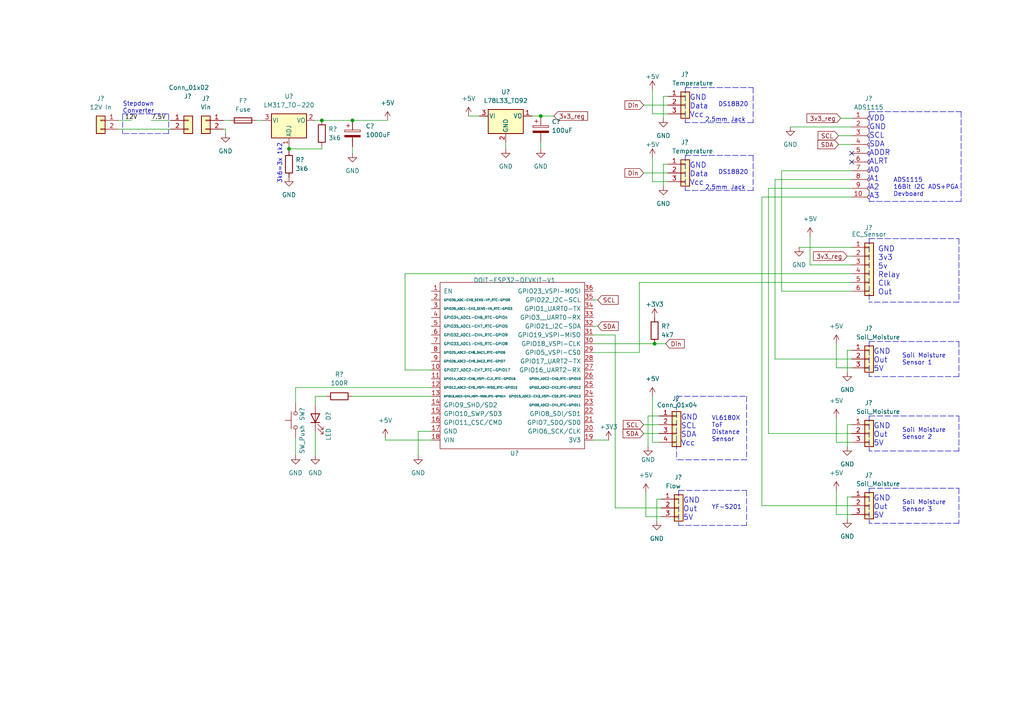
<source format=kicad_sch>
(kicad_sch (version 20211123) (generator eeschema)
  (paper "A4")
  (lib_symbols
    (symbol "Connector:Conn_01x10_Female" (pin_names (offset 1.016) hide)
      (property "Reference" "J" (at 0 12.7 0))
      (property "Value" "Conn_01x10_Female" (at 0 -15.24 0))
      (symbol "Conn_01x10_Female_1_1"
        (arc (start 0 -12.192) (mid -0.508 -12.7) (end 0 -13.208) (stroke (width 0.1524)))
        (arc (start 0 -9.652) (mid -0.508 -10.16) (end 0 -10.668) (stroke (width 0.1524)))
        (arc (start 0 -7.112) (mid -0.508 -7.62) (end 0 -8.128) (stroke (width 0.1524)))
        (arc (start 0 -4.572) (mid -0.508 -5.08) (end 0 -5.588) (stroke (width 0.1524)))
        (arc (start 0 -2.032) (mid -0.508 -2.54) (end 0 -3.048) (stroke (width 0.1524)))
        (polyline (pts (xy -1.27 -12.7) (xy -0.508 -12.7)) (stroke (width 0.1524)))
        (polyline (pts (xy -1.27 -10.16) (xy -0.508 -10.16)) (stroke (width 0.1524)))
        (polyline (pts (xy -1.27 -7.62) (xy -0.508 -7.62)) (stroke (width 0.1524)))
        (polyline (pts (xy -1.27 -5.08) (xy -0.508 -5.08)) (stroke (width 0.1524)))
        (polyline (pts (xy -1.27 -2.54) (xy -0.508 -2.54)) (stroke (width 0.1524)))
        (polyline (pts (xy -1.27 0) (xy -0.508 0)) (stroke (width 0.1524)))
        (polyline (pts (xy -1.27 2.54) (xy -0.508 2.54)) (stroke (width 0.1524)))
        (polyline (pts (xy -1.27 5.08) (xy -0.508 5.08)) (stroke (width 0.1524)))
        (polyline (pts (xy -1.27 7.62) (xy -0.508 7.62)) (stroke (width 0.1524)))
        (polyline (pts (xy -1.27 10.16) (xy -0.508 10.16)) (stroke (width 0.1524)))
        (arc (start 0 0.508) (mid -0.508 0) (end 0 -0.508) (stroke (width 0.1524)))
        (arc (start 0 3.048) (mid -0.508 2.54) (end 0 2.032) (stroke (width 0.1524)))
        (arc (start 0 5.588) (mid -0.508 5.08) (end 0 4.572) (stroke (width 0.1524)))
        (arc (start 0 8.128) (mid -0.508 7.62) (end 0 7.112) (stroke (width 0.1524)))
        (arc (start 0 10.668) (mid -0.508 10.16) (end 0 9.652) (stroke (width 0.1524)))
        (pin passive line (at -5.08 10.16 0) (length 3.81) (name "Pin_1") (number "1"))
        (pin passive line (at -5.08 -12.7 0) (length 3.81) (name "Pin_10") (number "10"))
        (pin passive line (at -5.08 7.62 0) (length 3.81) (name "Pin_2") (number "2"))
        (pin passive line (at -5.08 5.08 0) (length 3.81) (name "Pin_3") (number "3"))
        (pin passive line (at -5.08 2.54 0) (length 3.81) (name "Pin_4") (number "4"))
        (pin passive line (at -5.08 0 0) (length 3.81) (name "Pin_5") (number "5"))
        (pin passive line (at -5.08 -2.54 0) (length 3.81) (name "Pin_6") (number "6"))
        (pin passive line (at -5.08 -5.08 0) (length 3.81) (name "Pin_7") (number "7"))
        (pin passive line (at -5.08 -7.62 0) (length 3.81) (name "Pin_8") (number "8"))
        (pin passive line (at -5.08 -10.16 0) (length 3.81) (name "Pin_9") (number "9"))
      )
    )
    (symbol "Connector_Generic:Conn_01x02" (pin_names (offset 1.016) hide)
      (property "Reference" "J" (at 0 2.54 0))
      (property "Value" "Conn_01x02" (at 0 -5.08 0))
      (symbol "Conn_01x02_1_1"
        (rectangle (start -1.27 -2.413) (end 0 -2.667) (stroke (width 0.1524)))
        (rectangle (start -1.27 0.127) (end 0 -0.127) (stroke (width 0.1524)))
        (rectangle (start -1.27 1.27) (end 1.27 -3.81) (stroke (width 0.254)) (fill (type background)))
        (pin passive line (at -5.08 0 0) (length 3.81) (name "Pin_1") (number "1"))
        (pin passive line (at -5.08 -2.54 0) (length 3.81) (name "Pin_2") (number "2"))
      )
    )
    (symbol "Connector_Generic:Conn_01x03" (pin_names (offset 1.016) hide)
      (property "Reference" "J" (at 0 5.08 0))
      (property "Value" "Conn_01x03" (at 0 -5.08 0))
      (symbol "Conn_01x03_1_1"
        (rectangle (start -1.27 -2.413) (end 0 -2.667) (stroke (width 0.1524)))
        (rectangle (start -1.27 0.127) (end 0 -0.127) (stroke (width 0.1524)))
        (rectangle (start -1.27 2.667) (end 0 2.413) (stroke (width 0.1524)))
        (rectangle (start -1.27 3.81) (end 1.27 -3.81) (stroke (width 0.254)) (fill (type background)))
        (pin passive line (at -5.08 2.54 0) (length 3.81) (name "Pin_1") (number "1"))
        (pin passive line (at -5.08 0 0) (length 3.81) (name "Pin_2") (number "2"))
        (pin passive line (at -5.08 -2.54 0) (length 3.81) (name "Pin_3") (number "3"))
      )
    )
    (symbol "Connector_Generic:Conn_01x04" (pin_names (offset 1.016) hide)
      (property "Reference" "J" (at 0 5.08 0))
      (property "Value" "Conn_01x04" (at 0 -7.62 0))
      (symbol "Conn_01x04_1_1"
        (rectangle (start -1.27 -4.953) (end 0 -5.207) (stroke (width 0.1524)))
        (rectangle (start -1.27 -2.413) (end 0 -2.667) (stroke (width 0.1524)))
        (rectangle (start -1.27 0.127) (end 0 -0.127) (stroke (width 0.1524)))
        (rectangle (start -1.27 2.667) (end 0 2.413) (stroke (width 0.1524)))
        (rectangle (start -1.27 3.81) (end 1.27 -6.35) (stroke (width 0.254)) (fill (type background)))
        (pin passive line (at -5.08 2.54 0) (length 3.81) (name "Pin_1") (number "1"))
        (pin passive line (at -5.08 0 0) (length 3.81) (name "Pin_2") (number "2"))
        (pin passive line (at -5.08 -2.54 0) (length 3.81) (name "Pin_3") (number "3"))
        (pin passive line (at -5.08 -5.08 0) (length 3.81) (name "Pin_4") (number "4"))
      )
    )
    (symbol "Connector_Generic:Conn_01x06" (pin_names (offset 1.016) hide)
      (property "Reference" "J" (at 0 7.62 0))
      (property "Value" "Conn_01x06" (at 0 -10.16 0))
      (symbol "Conn_01x06_1_1"
        (rectangle (start -1.27 -7.493) (end 0 -7.747) (stroke (width 0.1524)))
        (rectangle (start -1.27 -4.953) (end 0 -5.207) (stroke (width 0.1524)))
        (rectangle (start -1.27 -2.413) (end 0 -2.667) (stroke (width 0.1524)))
        (rectangle (start -1.27 0.127) (end 0 -0.127) (stroke (width 0.1524)))
        (rectangle (start -1.27 2.667) (end 0 2.413) (stroke (width 0.1524)))
        (rectangle (start -1.27 5.207) (end 0 4.953) (stroke (width 0.1524)))
        (rectangle (start -1.27 6.35) (end 1.27 -8.89) (stroke (width 0.254)) (fill (type background)))
        (pin passive line (at -5.08 5.08 0) (length 3.81) (name "Pin_1") (number "1"))
        (pin passive line (at -5.08 2.54 0) (length 3.81) (name "Pin_2") (number "2"))
        (pin passive line (at -5.08 0 0) (length 3.81) (name "Pin_3") (number "3"))
        (pin passive line (at -5.08 -2.54 0) (length 3.81) (name "Pin_4") (number "4"))
        (pin passive line (at -5.08 -5.08 0) (length 3.81) (name "Pin_5") (number "5"))
        (pin passive line (at -5.08 -7.62 0) (length 3.81) (name "Pin_6") (number "6"))
      )
    )
    (symbol "Device:C_Polarized" (pin_numbers hide) (pin_names (offset 0.254))
      (property "Reference" "C" (at 0.635 2.54 0))
      (property "Value" "C_Polarized" (at 0.635 -2.54 0))
      (symbol "C_Polarized_0_1"
        (rectangle (start -2.286 0.508) (end 2.286 1.016))
        (polyline (pts (xy -1.778 2.286) (xy -0.762 2.286)))
        (polyline (pts (xy -1.27 2.794) (xy -1.27 1.778)))
        (rectangle (start 2.286 -0.508) (end -2.286 -1.016) (fill (type outline)))
      )
      (symbol "C_Polarized_1_1"
        (pin passive line (at 0 3.81 270) (length 2.794) (name "~") (number "1"))
        (pin passive line (at 0 -3.81 90) (length 2.794) (name "~") (number "2"))
      )
    )
    (symbol "Device:Fuse" (pin_numbers hide) (pin_names (offset 0))
      (property "Reference" "F" (at 2.032 0 90))
      (property "Value" "Fuse" (at -1.905 0 90))
      (symbol "Fuse_0_1"
        (rectangle (start -0.762 -2.54) (end 0.762 2.54) (stroke (width 0.254)))
        (polyline (pts (xy 0 2.54) (xy 0 -2.54)))
      )
      (symbol "Fuse_1_1"
        (pin passive line (at 0 3.81 270) (length 1.27) (name "~") (number "1"))
        (pin passive line (at 0 -3.81 90) (length 1.27) (name "~") (number "2"))
      )
    )
    (symbol "Device:LED" (pin_numbers hide) (pin_names (offset 1.016) hide)
      (property "Reference" "D" (at 0 2.54 0))
      (property "Value" "LED" (at 0 -2.54 0))
      (symbol "LED_0_1"
        (polyline (pts (xy -1.27 -1.27) (xy -1.27 1.27)) (stroke (width 0.254)))
        (polyline (pts (xy -1.27 0) (xy 1.27 0)))
        (polyline (pts (xy 1.27 -1.27) (xy 1.27 1.27) (xy -1.27 0) (xy 1.27 -1.27)) (stroke (width 0.254)))
        (polyline (pts (xy -3.048 -0.762) (xy -4.572 -2.286) (xy -3.81 -2.286) (xy -4.572 -2.286) (xy -4.572 -1.524)))
        (polyline (pts (xy -1.778 -0.762) (xy -3.302 -2.286) (xy -2.54 -2.286) (xy -3.302 -2.286) (xy -3.302 -1.524)))
      )
      (symbol "LED_1_1"
        (pin passive line (at -3.81 0 0) (length 2.54) (name "K") (number "1"))
        (pin passive line (at 3.81 0 180) (length 2.54) (name "A") (number "2"))
      )
    )
    (symbol "Device:R" (pin_numbers hide) (pin_names (offset 0))
      (property "Reference" "R" (at 2.032 0 90))
      (property "Value" "R" (at 0 0 90))
      (symbol "R_0_1"
        (rectangle (start -1.016 -2.54) (end 1.016 2.54) (stroke (width 0.254)))
      )
      (symbol "R_1_1"
        (pin passive line (at 0 3.81 270) (length 1.27) (name "~") (number "1"))
        (pin passive line (at 0 -3.81 90) (length 1.27) (name "~") (number "2"))
      )
    )
    (symbol "Regulator_Linear:L78L33_TO92" (pin_names (offset 0.254))
      (property "Reference" "U" (at -3.81 3.175 0))
      (property "Value" "L78L33_TO92" (at 0 3.175 0))
      (symbol "L78L33_TO92_0_1"
        (rectangle (start -5.08 -5.08) (end 5.08 1.905) (stroke (width 0.254)) (fill (type background)))
      )
      (symbol "L78L33_TO92_1_1"
        (pin power_out line (at 7.62 0 180) (length 2.54) (name "VO") (number "1"))
        (pin power_in line (at 0 -7.62 90) (length 2.54) (name "GND") (number "2"))
        (pin power_in line (at -7.62 0 0) (length 2.54) (name "VI") (number "3"))
      )
    )
    (symbol "Regulator_Linear:LM317_TO-220" (pin_names (offset 0.254))
      (property "Reference" "U" (at -3.81 3.175 0))
      (property "Value" "LM317_TO-220" (at 0 3.175 0))
      (symbol "LM317_TO-220_0_1"
        (rectangle (start -5.08 1.905) (end 5.08 -5.08) (stroke (width 0.254)) (fill (type background)))
      )
      (symbol "LM317_TO-220_1_1"
        (pin input line (at 0 -7.62 90) (length 2.54) (name "ADJ") (number "1"))
        (pin power_out line (at 7.62 0 180) (length 2.54) (name "VO") (number "2"))
        (pin power_in line (at -7.62 0 0) (length 2.54) (name "VI") (number "3"))
      )
    )
    (symbol "Switch:SW_Push" (pin_numbers hide) (pin_names (offset 1.016) hide)
      (property "Reference" "SW" (at 1.27 2.54 0))
      (property "Value" "SW_Push" (at 0 -1.524 0))
      (symbol "SW_Push_0_1"
        (circle (center -2.032 0) (radius 0.508))
        (polyline (pts (xy 0 1.27) (xy 0 3.048)))
        (polyline (pts (xy 2.54 1.27) (xy -2.54 1.27)))
        (circle (center 2.032 0) (radius 0.508))
        (pin passive line (at -5.08 0 0) (length 2.54) (name "1") (number "1"))
        (pin passive line (at 5.08 0 180) (length 2.54) (name "2") (number "2"))
      )
    )
    (symbol "doit-esp32-devkit-v1:DOIT-ESP32-DEVKIT-V1" (pin_names (offset 1.016))
      (property "Reference" "U" (at -1.27 11.43 0))
      (property "Value" "DOIT-ESP32-DEVKIT-V1" (at 0 13.97 0))
      (symbol "DOIT-ESP32-DEVKIT-V1_0_1"
        (rectangle (start 20.32 10.16) (end -21.59 -38.1))
      )
      (symbol "DOIT-ESP32-DEVKIT-V1_1_1"
        (pin output line (at -24.13 7.62 0) (length 2.54) (name "EN") (number "1"))
        (pin bidirectional line (at -24.13 -15.24 0) (length 2.54) (name "GPIO27_ADC2-CH7_RTC-GPIO17") (number "10"))
        (pin bidirectional line (at -24.13 -17.78 0) (length 2.54) (name "GPIO14_ADC2-CH6_HSPI-CLK_RTC-GPIO16") (number "11"))
        (pin bidirectional line (at -24.13 -20.32 0) (length 2.54) (name "GPIO12_ADC2-CH5_HSPI-MISO_RTC-GPIO15") (number "12"))
        (pin bidirectional line (at -24.13 -22.86 0) (length 2.54) (name "GPIO13_ADC2-CH4_HSPI-MOSI_RTC-GPIO14") (number "13"))
        (pin unspecified line (at -24.13 -25.4 0) (length 2.54) (name "GPIO9_SHD/SD2") (number "14"))
        (pin unspecified line (at -24.13 -27.94 0) (length 2.54) (name "GPIO10_SWP/SD3") (number "15"))
        (pin unspecified line (at -24.13 -30.48 0) (length 2.54) (name "GPIO11_CSC/CMD") (number "16"))
        (pin bidirectional line (at -24.13 -33.02 0) (length 2.54) (name "GND") (number "17"))
        (pin bidirectional line (at -24.13 -35.56 0) (length 2.54) (name "VIN") (number "18"))
        (pin output line (at 22.86 -35.56 180) (length 2.54) (name "3V3") (number "19"))
        (pin bidirectional line (at -24.13 5.08 0) (length 2.54) (name "GPIO36_ADC-CH0_SENS-VP_RTC-GPIO0") (number "2"))
        (pin unspecified line (at 22.86 -33.02 180) (length 2.54) (name "GPIO6_SCK/CLK") (number "20"))
        (pin unspecified line (at 22.86 -30.48 180) (length 2.54) (name "GPIO7_SDO/SD0") (number "21"))
        (pin unspecified line (at 22.86 -27.94 180) (length 2.54) (name "GPIO8_SDI/SD1") (number "22"))
        (pin bidirectional line (at 22.86 -25.4 180) (length 2.54) (name "GPIO0_ADC2-CH1_RTC-GPIO11") (number "23"))
        (pin bidirectional line (at 22.86 -22.86 180) (length 2.54) (name "GPIO15_ADC2-CH3_HSPI-CS0_RTC-GPIO13") (number "24"))
        (pin bidirectional line (at 22.86 -20.32 180) (length 2.54) (name "GPIO2_ADC2-CH2_RTC-GPIO12") (number "25"))
        (pin bidirectional line (at 22.86 -17.78 180) (length 2.54) (name "GPIO4_ADC2-CH0_RTC-GPIO10") (number "26"))
        (pin bidirectional line (at 22.86 -15.24 180) (length 2.54) (name "GPIO16_UART2-RX") (number "27"))
        (pin bidirectional line (at 22.86 -12.7 180) (length 2.54) (name "GPIO17_UART2-TX") (number "28"))
        (pin bidirectional line (at 22.86 -10.16 180) (length 2.54) (name "GPIO5_VSPI-CS0") (number "29"))
        (pin bidirectional line (at -24.13 2.54 0) (length 2.54) (name "GPIO39_ADC1-CH3_SENS-VN_RTC-GPIO3") (number "3"))
        (pin bidirectional line (at 22.86 -7.62 180) (length 2.54) (name "GPIO18_VSPI-CLK") (number "30"))
        (pin bidirectional line (at 22.86 -5.08 180) (length 2.54) (name "GPIO19_VSPI-MISO") (number "31"))
        (pin bidirectional line (at 22.86 -2.54 180) (length 2.54) (name "GPIO21_I2C-SDA") (number "32"))
        (pin bidirectional line (at 22.86 0 180) (length 2.54) (name "GPIO3__UART0-RX") (number "33"))
        (pin bidirectional line (at 22.86 2.54 180) (length 2.54) (name "GPIO1_UART0-TX") (number "34"))
        (pin bidirectional line (at 22.86 5.08 180) (length 2.54) (name "GPIO22_I2C-SCL") (number "35"))
        (pin bidirectional line (at 22.86 7.62 180) (length 2.54) (name "GPIO23_VSPI-MOSI") (number "36"))
        (pin bidirectional line (at -24.13 0 0) (length 2.54) (name "GPIO34_ADC1-CH6_RTC-GPIO4") (number "4"))
        (pin bidirectional line (at -24.13 -2.54 0) (length 2.54) (name "GPIO35_ADC1-CH7_RTC-GPIO5") (number "5"))
        (pin bidirectional line (at -24.13 -5.08 0) (length 2.54) (name "GPIO32_ADC1-CH4_RTC-GPIO9") (number "6"))
        (pin bidirectional line (at -24.13 -7.62 0) (length 2.54) (name "GPIO33_ADC1-CH5_RTC-GPIO8") (number "7"))
        (pin bidirectional line (at -24.13 -10.16 0) (length 2.54) (name "GPIO25_ADC2-CH8_DAC1_RTC-GPIO6") (number "8"))
        (pin bidirectional line (at -24.13 -12.7 0) (length 2.54) (name "GPIO26_ADC2-CH9_DAC2_RTC-GPIO7") (number "9"))
      )
    )
    (symbol "power:+3V3" (power) (pin_names (offset 0))
      (property "Value" "+3V3" (at 0 3.556 0))
      (symbol "+3V3_0_1"
        (polyline (pts (xy -0.762 1.27) (xy 0 2.54)))
        (polyline (pts (xy 0 0) (xy 0 2.54)))
        (polyline (pts (xy 0 2.54) (xy 0.762 1.27)))
      )
      (symbol "+3V3_1_1"
        (pin power_in line (at 0 0 90) (length 0) hide (name "+3V3") (number "1"))
      )
    )
    (symbol "power:+5V" (power) (pin_names (offset 0))
      (property "Value" "+5V" (at 0 3.556 0))
      (symbol "+5V_0_1"
        (polyline (pts (xy -0.762 1.27) (xy 0 2.54)))
        (polyline (pts (xy 0 0) (xy 0 2.54)))
        (polyline (pts (xy 0 2.54) (xy 0.762 1.27)))
      )
      (symbol "+5V_1_1"
        (pin power_in line (at 0 0 90) (length 0) hide (name "+5V") (number "1"))
      )
    )
    (symbol "power:GND" (power) (pin_names (offset 0))
      (property "Value" "GND" (at 0 -3.81 0))
      (symbol "GND_0_1"
        (polyline (pts (xy 0 0) (xy 0 -1.27) (xy 1.27 -1.27) (xy 0 -2.54) (xy -1.27 -1.27) (xy 0 -1.27)))
      )
      (symbol "GND_1_1"
        (pin power_in line (at 0 0 270) (length 0) hide (name "GND") (number "1"))
      )
    )
  )
  (junction (at 83.82 43.18))
  (junction (at 93.345 34.925))
  (junction (at 189.865 99.695))
  (junction (at 156.845 33.655))
  (junction (at 102.235 34.925))
  (no_connect (at 247.015 44.45))
  (no_connect (at 247.015 46.99))
  (polyline (pts (xy 35.56 33.02) (xy 35.56 38.735)))
  (wire (pts (xy 74.295 34.925) (xy 76.2 34.925)))
  (polyline (pts (xy 216.535 142.24) (xy 216.535 152.4)))
  (wire (pts (xy 247.015 104.14) (xy 224.79 104.14)))
  (polyline (pts (xy 278.13 130.81) (xy 252.095 130.81)))
  (polyline (pts (xy 218.44 25.4) (xy 218.44 35.56)))
  (polyline (pts (xy 196.215 114.935) (xy 216.535 114.935)))
  (wire (pts (xy 125.095 107.315) (xy 117.475 107.315)))
  (wire (pts (xy 91.44 114.935) (xy 91.44 117.475)))
  (wire (pts (xy 242.57 106.68) (xy 242.57 99.695)))
  (wire (pts (xy 242.57 128.27) (xy 242.57 121.285)))
  (wire (pts (xy 91.44 34.925) (xy 93.345 34.925)))
  (polyline (pts (xy 252.095 141.605) (xy 252.095 151.765)))
  (wire (pts (xy 83.82 43.18) (xy 83.82 43.815)))
  (wire (pts (xy 34.29 37.465) (xy 49.53 37.465)))
  (polyline (pts (xy 278.13 120.65) (xy 278.13 130.81)))
  (wire (pts (xy 193.675 47.625) (xy 192.405 47.625)))
  (wire (pts (xy 85.725 116.84) (xy 85.725 112.395)))
  (wire (pts (xy 226.695 49.53) (xy 247.015 49.53)))
  (polyline (pts (xy 35.56 33.02) (xy 48.895 33.02)))
  (wire (pts (xy 85.725 127) (xy 85.725 132.08)))
  (polyline (pts (xy 196.85 142.24) (xy 216.535 142.24)))
  (wire (pts (xy 187.96 120.65) (xy 191.135 120.65)))
  (wire (pts (xy 234.95 68.58) (xy 234.95 76.835)))
  (wire (pts (xy 247.015 106.68) (xy 242.57 106.68)))
  (wire (pts (xy 245.745 123.19) (xy 245.745 129.54)))
  (polyline (pts (xy 252.095 99.06) (xy 252.095 109.22)))
  (wire (pts (xy 186.69 50.165) (xy 193.675 50.165)))
  (polyline (pts (xy 252.095 32.385) (xy 278.765 32.385)))
  (wire (pts (xy 242.57 149.225) (xy 242.57 142.24)))
  (wire (pts (xy 247.015 84.455) (xy 226.695 84.455)))
  (wire (pts (xy 220.98 57.15) (xy 247.015 57.15)))
  (wire (pts (xy 191.77 149.86) (xy 187.325 149.86)))
  (polyline (pts (xy 196.85 142.24) (xy 196.85 152.4)))
  (wire (pts (xy 191.77 147.32) (xy 178.435 147.32)))
  (wire (pts (xy 64.77 34.925) (xy 66.675 34.925)))
  (wire (pts (xy 185.42 81.915) (xy 185.42 102.235)))
  (wire (pts (xy 192.405 27.94) (xy 192.405 34.29)))
  (wire (pts (xy 91.44 125.095) (xy 91.44 132.08)))
  (wire (pts (xy 192.405 47.625) (xy 192.405 53.975)))
  (wire (pts (xy 193.675 27.94) (xy 192.405 27.94)))
  (wire (pts (xy 156.845 33.655) (xy 160.655 33.655)))
  (wire (pts (xy 189.23 52.705) (xy 189.23 45.72)))
  (wire (pts (xy 187.96 129.54) (xy 187.96 120.65)))
  (polyline (pts (xy 196.215 114.935) (xy 196.215 133.35)))
  (polyline (pts (xy 252.095 141.605) (xy 278.13 141.605)))
  (wire (pts (xy 121.285 125.095) (xy 125.095 125.095)))
  (wire (pts (xy 243.205 41.91) (xy 247.015 41.91)))
  (wire (pts (xy 231.775 71.755) (xy 247.015 71.755)))
  (wire (pts (xy 102.235 42.545) (xy 102.235 44.45)))
  (wire (pts (xy 187.325 149.86) (xy 187.325 142.875)))
  (wire (pts (xy 224.79 52.07) (xy 247.015 52.07)))
  (polyline (pts (xy 198.755 45.085) (xy 218.44 45.085)))
  (wire (pts (xy 85.725 112.395) (xy 125.095 112.395)))
  (polyline (pts (xy 278.13 87.63) (xy 252.095 87.63)))
  (wire (pts (xy 172.085 94.615) (xy 173.355 94.615)))
  (wire (pts (xy 229.235 36.83) (xy 247.015 36.83)))
  (wire (pts (xy 193.675 33.02) (xy 189.23 33.02)))
  (polyline (pts (xy 278.765 58.42) (xy 252.095 58.42)))
  (wire (pts (xy 245.745 144.145) (xy 245.745 150.495)))
  (polyline (pts (xy 198.755 25.4) (xy 218.44 25.4)))
  (wire (pts (xy 189.23 128.27) (xy 191.135 128.27)))
  (polyline (pts (xy 252.095 120.65) (xy 278.13 120.65)))
  (polyline (pts (xy 278.13 141.605) (xy 278.13 151.765)))
  (wire (pts (xy 154.305 33.655) (xy 156.845 33.655)))
  (polyline (pts (xy 278.13 69.215) (xy 278.13 87.63)))
  (wire (pts (xy 93.345 34.925) (xy 102.235 34.925)))
  (wire (pts (xy 247.015 123.19) (xy 245.745 123.19)))
  (wire (pts (xy 83.82 42.545) (xy 83.82 43.18)))
  (polyline (pts (xy 252.095 69.215) (xy 278.13 69.215)))
  (wire (pts (xy 102.235 114.935) (xy 125.095 114.935)))
  (wire (pts (xy 191.77 144.78) (xy 190.5 144.78)))
  (wire (pts (xy 172.085 99.695) (xy 189.865 99.695)))
  (wire (pts (xy 247.015 149.225) (xy 242.57 149.225)))
  (polyline (pts (xy 252.095 69.215) (xy 252.095 87.63)))
  (wire (pts (xy 156.845 41.275) (xy 156.845 43.18)))
  (wire (pts (xy 234.95 76.835) (xy 247.015 76.835)))
  (polyline (pts (xy 278.13 109.22) (xy 252.095 109.22)))
  (wire (pts (xy 178.435 147.32) (xy 178.435 97.155)))
  (wire (pts (xy 243.84 34.29) (xy 247.015 34.29)))
  (wire (pts (xy 83.82 43.18) (xy 93.345 43.18)))
  (polyline (pts (xy 48.895 38.735) (xy 35.56 38.735)))
  (wire (pts (xy 247.015 146.685) (xy 220.98 146.685)))
  (polyline (pts (xy 218.44 45.085) (xy 218.44 55.245)))
  (wire (pts (xy 65.405 37.465) (xy 65.405 38.735)))
  (polyline (pts (xy 252.095 99.06) (xy 278.13 99.06)))
  (wire (pts (xy 189.865 99.695) (xy 193.04 99.695)))
  (wire (pts (xy 185.42 102.235) (xy 172.085 102.235)))
  (wire (pts (xy 243.205 39.37) (xy 247.015 39.37)))
  (wire (pts (xy 189.23 114.935) (xy 189.23 128.27)))
  (wire (pts (xy 222.885 125.73) (xy 222.885 54.61)))
  (wire (pts (xy 186.69 125.73) (xy 191.135 125.73)))
  (polyline (pts (xy 218.44 55.245) (xy 198.755 55.245)))
  (polyline (pts (xy 252.095 120.65) (xy 252.095 130.81)))
  (wire (pts (xy 125.095 127.635) (xy 111.76 127.635)))
  (wire (pts (xy 190.5 144.78) (xy 190.5 151.13)))
  (wire (pts (xy 121.285 132.08) (xy 121.285 125.095)))
  (polyline (pts (xy 216.535 114.935) (xy 216.535 133.35)))
  (wire (pts (xy 247.015 128.27) (xy 242.57 128.27)))
  (wire (pts (xy 245.745 101.6) (xy 245.745 107.95)))
  (wire (pts (xy 43.815 34.925) (xy 49.53 34.925)))
  (polyline (pts (xy 252.095 32.385) (xy 252.095 58.42)))
  (wire (pts (xy 117.475 79.375) (xy 247.015 79.375)))
  (polyline (pts (xy 216.535 133.35) (xy 196.215 133.35)))
  (wire (pts (xy 117.475 107.315) (xy 117.475 79.375)))
  (wire (pts (xy 186.69 123.19) (xy 191.135 123.19)))
  (wire (pts (xy 93.345 42.545) (xy 93.345 43.18)))
  (polyline (pts (xy 216.535 152.4) (xy 196.85 152.4)))
  (wire (pts (xy 34.29 34.925) (xy 38.1 34.925)))
  (wire (pts (xy 172.085 86.995) (xy 173.355 86.995)))
  (wire (pts (xy 226.695 84.455) (xy 226.695 49.53)))
  (wire (pts (xy 178.435 97.155) (xy 172.085 97.155)))
  (wire (pts (xy 247.015 81.915) (xy 185.42 81.915)))
  (wire (pts (xy 247.015 144.145) (xy 245.745 144.145)))
  (wire (pts (xy 102.235 34.925) (xy 112.395 34.925)))
  (wire (pts (xy 222.885 54.61) (xy 247.015 54.61)))
  (wire (pts (xy 94.615 114.935) (xy 91.44 114.935)))
  (polyline (pts (xy 198.755 45.085) (xy 198.755 55.245)))
  (polyline (pts (xy 218.44 35.56) (xy 198.755 35.56)))
  (polyline (pts (xy 278.13 99.06) (xy 278.13 109.22)))
  (polyline (pts (xy 278.13 151.765) (xy 252.095 151.765)))
  (wire (pts (xy 245.745 74.295) (xy 247.015 74.295)))
  (wire (pts (xy 111.76 127.635) (xy 111.76 127)))
  (wire (pts (xy 172.085 127.635) (xy 176.53 127.635)))
  (polyline (pts (xy 278.765 32.385) (xy 278.765 58.42)))
  (wire (pts (xy 193.675 52.705) (xy 189.23 52.705)))
  (wire (pts (xy 189.23 33.02) (xy 189.23 26.035)))
  (wire (pts (xy 146.685 41.275) (xy 146.685 43.18)))
  (polyline (pts (xy 198.755 25.4) (xy 198.755 35.56)))
  (wire (pts (xy 186.69 30.48) (xy 193.675 30.48)))
  (polyline (pts (xy 48.895 33.02) (xy 48.895 38.735)))
  (wire (pts (xy 224.79 104.14) (xy 224.79 52.07)))
  (wire (pts (xy 64.77 37.465) (xy 65.405 37.465)))
  (wire (pts (xy 135.89 33.655) (xy 139.065 33.655)))
  (wire (pts (xy 220.98 146.685) (xy 220.98 57.15)))
  (wire (pts (xy 247.015 101.6) (xy 245.745 101.6)))
  (wire (pts (xy 247.015 125.73) (xy 222.885 125.73)))
  (text "DS18B20" (at 208.28 50.8 0) (effects (font (size 1.27 1.27)) (justify left bottom)))
  (text "GND\nOut\n5V" (at 253.365 150.495 0) (effects (font (size 1.55 1.55)) (justify left bottom)))
  (text "GND\nOut\n5V" (at 253.365 129.54 0) (effects (font (size 1.55 1.55)) (justify left bottom)))
  (text "GND\n3v3\n5v\nRelay\nClk\nOut" (at 254.635 85.725 0) (effects (font (size 1.55 1.55)) (justify left bottom)))
  (text "2.5mm Jack" (at 204.47 35.56 0) (effects (font (size 1.27 1.27)) (justify left bottom)))
  (text "2.5mm Jack" (at 204.47 55.245 0) (effects (font (size 1.27 1.27)) (justify left bottom)))
  (text "GND\nData\nVcc" (at 200.025 53.975 0) (effects (font (size 1.55 1.55)) (justify left bottom)))
  (text "GND\nSCL\nSDA\nVcc" (at 197.485 129.54 0) (effects (font (size 1.55 1.55)) (justify left bottom)))
  (text "GND\nData\nVcc" (at 200.025 34.29 0) (effects (font (size 1.55 1.55)) (justify left bottom)))
  (text "VL6180X\nToF\nDistance\nSensor" (at 206.375 128.27 0) (effects (font (size 1.27 1.27)) (justify left bottom)))
  (text "VDD\nGND\nSCL\nSDA\nADDR\nALRT\nA0\nA1\nA2\nA3" (at 252.095 57.785 0) (effects (font (size 1.55 1.55)) (justify left bottom)))
  (text "Soil Moisture\nSensor 3" (at 261.62 148.59 0) (effects (font (size 1.27 1.27)) (justify left bottom)))
  (text "Soil Moisture\nSensor 2" (at 261.62 127.635 0) (effects (font (size 1.27 1.27)) (justify left bottom)))
  (text "3k6=3x 1k2" (at 81.915 53.34 90) (effects (font (size 1.27 1.27)) (justify left bottom)))
  (text "Stepdown\nConverter" (at 35.56 33.02 0) (effects (font (size 1.27 1.27)) (justify left bottom)))
  (text "Soil Moisture\nSensor 1" (at 261.62 106.045 0) (effects (font (size 1.27 1.27)) (justify left bottom)))
  (text "ADS1115\n16Bit I2C ADS+PGA\nDevboard" (at 259.08 57.15 0) (effects (font (size 1.27 1.27)) (justify left bottom)))
  (text "DS18B20" (at 208.28 31.115 0) (effects (font (size 1.27 1.27)) (justify left bottom)))
  (text "GND\nOut\n5V" (at 198.12 151.13 0) (effects (font (size 1.55 1.55)) (justify left bottom)))
  (text "YF-S201" (at 206.375 147.955 0) (effects (font (size 1.27 1.27)) (justify left bottom)))
  (text "GND\nOut\n5V" (at 253.365 107.95 0) (effects (font (size 1.55 1.55)) (justify left bottom)))
  (label "12V" (at 36.195 34.925 0))
  (label "7.5V" (at 43.815 34.925 0))
  (global_label "SCL" (shape input) (at 186.69 123.19 180) (property "Intersheet References" "${INTERSHEET_REFS}" (effects hide)))
  (global_label "SDA" (shape input) (at 243.205 41.91 180) (property "Intersheet References" "${INTERSHEET_REFS}" (effects hide)))
  (global_label "SDA" (shape input) (at 173.355 94.615 0) (property "Intersheet References" "${INTERSHEET_REFS}" (effects hide)))
  (global_label "SCL" (shape input) (at 243.205 39.37 180) (property "Intersheet References" "${INTERSHEET_REFS}" (effects hide)))
  (global_label "SCL" (shape input) (at 173.355 86.995 0) (property "Intersheet References" "${INTERSHEET_REFS}" (effects hide)))
  (global_label "Din" (shape input) (at 193.04 99.695 0) (property "Intersheet References" "${INTERSHEET_REFS}" (effects hide)))
  (global_label "3v3_reg" (shape input) (at 243.84 34.29 180) (property "Intersheet References" "${INTERSHEET_REFS}" (effects hide)))
  (global_label "SDA" (shape input) (at 186.69 125.73 180) (property "Intersheet References" "${INTERSHEET_REFS}" (effects hide)))
  (global_label "3v3_reg" (shape input) (at 245.745 74.295 180) (property "Intersheet References" "${INTERSHEET_REFS}" (effects hide)))
  (global_label "Din" (shape input) (at 186.69 30.48 180) (property "Intersheet References" "${INTERSHEET_REFS}" (effects hide)))
  (global_label "3v3_reg" (shape input) (at 160.655 33.655 0) (property "Intersheet References" "${INTERSHEET_REFS}" (effects hide)))
  (global_label "Din" (shape input) (at 186.69 50.165 180) (property "Intersheet References" "${INTERSHEET_REFS}" (effects hide)))
  (symbol (lib_id "Connector_Generic:Conn_01x03") (at 198.755 50.165 0) (unit 1)
    (property "Reference" "J?" (at 197.485 41.275 0) (effects (justify left)))
    (property "Value" "Temperature" (at 194.945 43.815 0) (effects (justify left)))
  )
  (symbol (lib_id "Regulator_Linear:L78L33_TO92") (at 146.685 33.655 0) (unit 1)
    (property "Reference" "U?" (at 146.685 26.67 0))
    (property "Value" "L78L33_TO92" (at 146.685 29.21 0))
    (property "Footprint" "Package_TO_SOT_THT:TO-92_Inline" (effects hide))
    (property "Datasheet" "http://www.st.com/content/ccc/resource/technical/document/datasheet/15/55/e5/aa/23/5b/43/fd/CD00000446.pdf/files/CD00000446.pdf/jcr:content/translations/en.CD00000446.pdf" (effects hide))
  )
  (symbol (lib_id "power:+5V") (at 242.57 121.285 0) (unit 1)
    (property "Reference" "#PWR?" (effects hide))
    (property "Value" "+5V" (at 242.57 116.205 0))
  )
  (symbol (lib_id "Connector_Generic:Conn_01x02") (at 59.69 34.925 0) (mirror y) (unit 1)
    (property "Reference" "J?" (at 59.69 28.575 0))
    (property "Value" "Vin" (at 59.69 31.115 0))
  )
  (symbol (lib_id "Device:C_Polarized") (at 156.845 37.465 0) (unit 1)
    (property "Reference" "C?" (at 160.02 35.3059 0) (effects (justify left)))
    (property "Value" "100uF" (at 160.02 37.8459 0) (effects (justify left)))
  )
  (symbol (lib_id "power:+5V") (at 189.23 114.935 0) (unit 1)
    (property "Reference" "#PWR?" (effects hide))
    (property "Value" "+5V" (at 189.23 109.855 0))
  )
  (symbol (lib_id "Connector_Generic:Conn_01x02") (at 54.61 34.925 0) (unit 1)
    (property "Reference" "J?" (at 53.34 27.94 0) (effects (justify left)))
    (property "Value" "Conn_01x02" (at 48.895 25.4 0) (effects (justify left)))
  )
  (symbol (lib_id "power:GND") (at 190.5 151.13 0) (unit 1)
    (property "Reference" "#PWR?" (effects hide))
    (property "Value" "GND" (at 190.5 156.21 0))
  )
  (symbol (lib_id "Device:LED") (at 91.44 121.285 90) (unit 1)
    (property "Reference" "D?" (at 95.25 119.38 0) (effects (justify right)))
    (property "Value" "LED" (at 95.25 124.1424 0) (effects (justify right)))
  )
  (symbol (lib_id "power:+3V3") (at 176.53 127.635 0) (unit 1)
    (property "Reference" "#PWR?" (effects hide))
    (property "Value" "+3V3" (at 176.53 123.825 0))
  )
  (symbol (lib_id "Connector_Generic:Conn_01x06") (at 252.095 76.835 0) (unit 1)
    (property "Reference" "J?" (at 250.825 66.04 0) (effects (justify left)))
    (property "Value" "EC_Sensor" (at 247.015 67.945 0) (effects (justify left)))
  )
  (symbol (lib_id "power:GND") (at 231.775 71.755 0) (unit 1)
    (property "Reference" "#PWR?" (effects hide))
    (property "Value" "GND" (at 231.775 76.835 0))
  )
  (symbol (lib_id "power:+5V") (at 187.325 142.875 0) (unit 1)
    (property "Reference" "#PWR?" (effects hide))
    (property "Value" "+5V" (at 187.325 137.795 0))
  )
  (symbol (lib_id "Device:R") (at 98.425 114.935 90) (unit 1)
    (property "Reference" "R?" (at 98.425 108.585 90))
    (property "Value" "100R" (at 98.425 111.125 90))
  )
  (symbol (lib_id "Switch:SW_Push") (at 85.725 121.92 90) (unit 1)
    (property "Reference" "SW?" (at 87.63 118.11 0) (effects (justify right)))
    (property "Value" "SW_Push" (at 87.63 123.1899 0) (effects (justify right)))
  )
  (symbol (lib_id "power:+5V") (at 234.95 68.58 0) (unit 1)
    (property "Reference" "#PWR?" (effects hide))
    (property "Value" "+5V" (at 234.95 63.5 0))
  )
  (symbol (lib_id "power:GND") (at 121.285 132.08 0) (unit 1)
    (property "Reference" "#PWR?" (effects hide))
    (property "Value" "GND" (at 121.285 137.16 0))
  )
  (symbol (lib_id "power:+3V3") (at 189.865 92.075 0) (unit 1)
    (property "Reference" "#PWR?" (effects hide))
    (property "Value" "+3V3" (at 189.865 88.265 0))
  )
  (symbol (lib_id "power:+5V") (at 189.23 26.035 0) (unit 1)
    (property "Reference" "#PWR?" (effects hide))
    (property "Value" "+5V" (at 189.23 22.225 0))
  )
  (symbol (lib_id "power:GND") (at 245.745 129.54 0) (unit 1)
    (property "Reference" "#PWR?" (effects hide))
    (property "Value" "GND" (at 245.745 134.62 0))
  )
  (symbol (lib_id "power:GND") (at 65.405 38.735 0) (unit 1)
    (property "Reference" "#PWR?" (effects hide))
    (property "Value" "GND" (at 65.405 43.815 0))
  )
  (symbol (lib_id "power:GND") (at 83.82 51.435 0) (unit 1)
    (property "Reference" "#PWR?" (effects hide))
    (property "Value" "GND" (at 83.82 56.515 0))
  )
  (symbol (lib_id "power:GND") (at 156.845 43.18 0) (unit 1)
    (property "Reference" "#PWR?" (effects hide))
    (property "Value" "GND" (at 156.845 48.26 0))
  )
  (symbol (lib_id "power:+5V") (at 242.57 142.24 0) (unit 1)
    (property "Reference" "#PWR?" (effects hide))
    (property "Value" "+5V" (at 242.57 137.16 0))
  )
  (symbol (lib_id "power:GND") (at 187.96 129.54 0) (unit 1)
    (property "Reference" "#PWR?" (effects hide))
    (property "Value" "GND" (at 187.96 133.35 0))
  )
  (symbol (lib_id "Connector_Generic:Conn_01x03") (at 252.095 104.14 0) (unit 1)
    (property "Reference" "J?" (at 250.825 95.25 0) (effects (justify left)))
    (property "Value" "Soil_Moisture" (at 248.285 97.79 0) (effects (justify left)))
  )
  (symbol (lib_id "Connector:Conn_01x10_Female") (at 252.095 44.45 0) (unit 1)
    (property "Reference" "J?" (at 250.825 28.575 0) (effects (justify left)))
    (property "Value" "ADS1115" (at 247.65 31.115 0) (effects (justify left)))
  )
  (symbol (lib_id "Device:R") (at 189.865 95.885 0) (unit 1)
    (property "Reference" "R?" (at 191.77 94.6149 0) (effects (justify left)))
    (property "Value" "4k7" (at 191.77 97.1549 0) (effects (justify left)))
  )
  (symbol (lib_id "power:GND") (at 245.745 150.495 0) (unit 1)
    (property "Reference" "#PWR?" (effects hide))
    (property "Value" "GND" (at 245.745 155.575 0))
  )
  (symbol (lib_id "power:GND") (at 102.235 44.45 0) (unit 1)
    (property "Reference" "#PWR?" (effects hide))
    (property "Value" "GND" (at 102.235 49.53 0))
  )
  (symbol (lib_id "power:+5V") (at 112.395 34.925 0) (unit 1)
    (property "Reference" "#PWR?" (effects hide))
    (property "Value" "+5V" (at 112.395 29.845 0))
  )
  (symbol (lib_id "Connector_Generic:Conn_01x04") (at 196.215 123.19 0) (unit 1)
    (property "Reference" "J?" (at 194.945 115.57 0) (effects (justify left)))
    (property "Value" "Conn_01x04" (at 190.5 117.475 0) (effects (justify left)))
  )
  (symbol (lib_id "power:GND") (at 85.725 132.08 0) (unit 1)
    (property "Reference" "#PWR?" (effects hide))
    (property "Value" "GND" (at 85.725 137.16 0))
  )
  (symbol (lib_id "Device:C_Polarized") (at 102.235 38.735 0) (unit 1)
    (property "Reference" "C?" (at 106.045 36.5759 0) (effects (justify left)))
    (property "Value" "1000uF" (at 106.045 39.1159 0) (effects (justify left)))
  )
  (symbol (lib_id "doit-esp32-devkit-v1:DOIT-ESP32-DEVKIT-V1") (at 149.225 92.075 0) (unit 1)
    (property "Reference" "U?" (at 149.225 131.445 0))
    (property "Value" "DOIT-ESP32-DEVKIT-V1" (at 149.225 81.28 0))
  )
  (symbol (lib_id "Device:R") (at 83.82 47.625 0) (unit 1)
    (property "Reference" "R?" (at 85.725 46.3549 0) (effects (justify left)))
    (property "Value" "3k6" (at 85.725 48.8949 0) (effects (justify left)))
  )
  (symbol (lib_id "Connector_Generic:Conn_01x02") (at 29.21 34.925 0) (mirror y) (unit 1)
    (property "Reference" "J?" (at 29.21 28.575 0))
    (property "Value" "12V In" (at 29.21 31.115 0))
  )
  (symbol (lib_id "power:GND") (at 146.685 43.18 0) (unit 1)
    (property "Reference" "#PWR?" (effects hide))
    (property "Value" "GND" (at 146.685 48.26 0))
  )
  (symbol (lib_id "Regulator_Linear:LM317_TO-220") (at 83.82 34.925 0) (unit 1)
    (property "Reference" "U?" (at 83.82 27.94 0))
    (property "Value" "LM317_TO-220" (at 83.82 30.48 0))
    (property "Footprint" "Package_TO_SOT_THT:TO-220-3_Vertical" (effects hide))
    (property "Datasheet" "http://www.ti.com/lit/ds/symlink/lm317.pdf" (effects hide))
  )
  (symbol (lib_id "power:+5V") (at 135.89 33.655 0) (unit 1)
    (property "Reference" "#PWR?" (effects hide))
    (property "Value" "+5V" (at 135.89 28.575 0))
  )
  (symbol (lib_id "Device:Fuse") (at 70.485 34.925 90) (unit 1)
    (property "Reference" "F?" (at 70.485 29.21 90))
    (property "Value" "Fuse" (at 70.485 31.75 90))
  )
  (symbol (lib_id "power:GND") (at 229.235 36.83 0) (unit 1)
    (property "Reference" "#PWR?" (effects hide))
    (property "Value" "GND" (at 229.235 41.91 0))
  )
  (symbol (lib_id "Connector_Generic:Conn_01x03") (at 252.095 125.73 0) (unit 1)
    (property "Reference" "J?" (at 250.825 116.84 0) (effects (justify left)))
    (property "Value" "Soil_Moisture" (at 248.285 119.38 0) (effects (justify left)))
  )
  (symbol (lib_id "power:GND") (at 91.44 132.08 0) (unit 1)
    (property "Reference" "#PWR?" (effects hide))
    (property "Value" "GND" (at 91.44 137.16 0))
  )
  (symbol (lib_id "Connector_Generic:Conn_01x03") (at 196.85 147.32 0) (unit 1)
    (property "Reference" "J?" (at 195.58 138.43 0) (effects (justify left)))
    (property "Value" "Flow" (at 193.04 140.97 0) (effects (justify left)))
  )
  (symbol (lib_id "Connector_Generic:Conn_01x03") (at 252.095 146.685 0) (unit 1)
    (property "Reference" "J?" (at 250.825 137.795 0) (effects (justify left)))
    (property "Value" "Soil_Moisture" (at 248.285 140.335 0) (effects (justify left)))
  )
  (symbol (lib_id "power:+5V") (at 242.57 99.695 0) (unit 1)
    (property "Reference" "#PWR?" (effects hide))
    (property "Value" "+5V" (at 242.57 94.615 0))
  )
  (symbol (lib_id "power:+5V") (at 189.23 45.72 0) (unit 1)
    (property "Reference" "#PWR?" (effects hide))
    (property "Value" "+5V" (at 189.23 41.91 0))
  )
  (symbol (lib_id "power:GND") (at 192.405 34.29 0) (unit 1)
    (property "Reference" "#PWR?" (effects hide))
    (property "Value" "GND" (at 192.405 39.37 0))
  )
  (symbol (lib_id "power:GND") (at 245.745 107.95 0) (unit 1)
    (property "Reference" "#PWR?" (effects hide))
    (property "Value" "GND" (at 245.745 113.03 0))
  )
  (symbol (lib_id "power:GND") (at 192.405 53.975 0) (unit 1)
    (property "Reference" "#PWR?" (effects hide))
    (property "Value" "GND" (at 192.405 59.055 0))
  )
  (symbol (lib_id "power:+5V") (at 111.76 127 0) (unit 1)
    (property "Reference" "#PWR?" (effects hide))
    (property "Value" "+5V" (at 111.76 121.92 0))
  )
  (symbol (lib_id "Connector_Generic:Conn_01x03") (at 198.755 30.48 0) (unit 1)
    (property "Reference" "J?" (at 197.485 21.59 0) (effects (justify left)))
    (property "Value" "Temperature" (at 194.945 24.13 0) (effects (justify left)))
  )
  (symbol (lib_id "Device:R") (at 93.345 38.735 0) (unit 1)
    (property "Reference" "R?" (at 95.25 37.4649 0) (effects (justify left)))
    (property "Value" "3k6" (at 95.25 40.0049 0) (effects (justify left)))
  )
)
</source>
